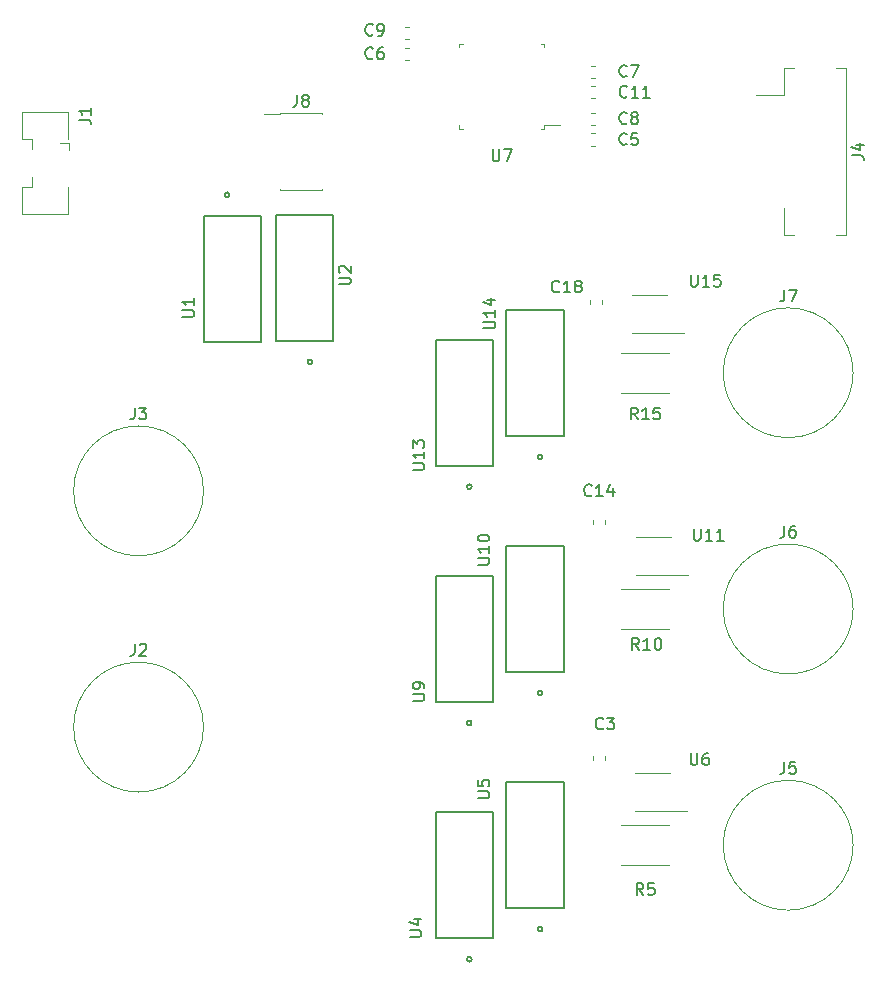
<source format=gbr>
%TF.GenerationSoftware,KiCad,Pcbnew,5.1.5+dfsg1-2build2*%
%TF.CreationDate,2020-12-26T23:47:44-08:00*%
%TF.ProjectId,motorcontroller,6d6f746f-7263-46f6-9e74-726f6c6c6572,rev?*%
%TF.SameCoordinates,Original*%
%TF.FileFunction,Legend,Top*%
%TF.FilePolarity,Positive*%
%FSLAX46Y46*%
G04 Gerber Fmt 4.6, Leading zero omitted, Abs format (unit mm)*
G04 Created by KiCad (PCBNEW 5.1.5+dfsg1-2build2) date 2020-12-26 23:47:44*
%MOMM*%
%LPD*%
G04 APERTURE LIST*
%ADD10C,0.120000*%
%ADD11C,0.152400*%
%ADD12C,0.150000*%
G04 APERTURE END LIST*
D10*
X103250000Y-96610000D02*
X106175000Y-96610000D01*
X103250000Y-96610000D02*
X101750000Y-96610000D01*
X103250000Y-93390000D02*
X104750000Y-93390000D01*
X103250000Y-93390000D02*
X101750000Y-93390000D01*
D11*
X95993900Y-105334000D02*
X95993900Y-94666000D01*
X95993900Y-94666000D02*
X91142500Y-94666000D01*
X91142500Y-94666000D02*
X91142500Y-105334000D01*
X91142500Y-105334000D02*
X95993900Y-105334000D01*
X94203200Y-107112000D02*
G75*
G03X94203200Y-107112000I-203200J0D01*
G01*
X89993900Y-107874000D02*
X89993900Y-97206000D01*
X89993900Y-97206000D02*
X85142500Y-97206000D01*
X85142500Y-97206000D02*
X85142500Y-107874000D01*
X85142500Y-107874000D02*
X89993900Y-107874000D01*
X88203200Y-109652000D02*
G75*
G03X88203200Y-109652000I-203200J0D01*
G01*
D10*
X103612500Y-117110000D02*
X106537500Y-117110000D01*
X103612500Y-117110000D02*
X102112500Y-117110000D01*
X103612500Y-113890000D02*
X105112500Y-113890000D01*
X103612500Y-113890000D02*
X102112500Y-113890000D01*
D11*
X95993900Y-125334000D02*
X95993900Y-114666000D01*
X95993900Y-114666000D02*
X91142500Y-114666000D01*
X91142500Y-114666000D02*
X91142500Y-125334000D01*
X91142500Y-125334000D02*
X95993900Y-125334000D01*
X94203200Y-127112000D02*
G75*
G03X94203200Y-127112000I-203200J0D01*
G01*
X89993900Y-127874000D02*
X89993900Y-117206000D01*
X89993900Y-117206000D02*
X85142500Y-117206000D01*
X85142500Y-117206000D02*
X85142500Y-127874000D01*
X85142500Y-127874000D02*
X89993900Y-127874000D01*
X88203200Y-129652000D02*
G75*
G03X88203200Y-129652000I-203200J0D01*
G01*
D10*
X94360000Y-79060000D02*
X95675000Y-79060000D01*
X94360000Y-79360000D02*
X94360000Y-79060000D01*
X94060000Y-79360000D02*
X94360000Y-79360000D01*
X87140000Y-79360000D02*
X87140000Y-79060000D01*
X87440000Y-79360000D02*
X87140000Y-79360000D01*
X94360000Y-72140000D02*
X94360000Y-72440000D01*
X94060000Y-72140000D02*
X94360000Y-72140000D01*
X87140000Y-72140000D02*
X87140000Y-72440000D01*
X87440000Y-72140000D02*
X87140000Y-72140000D01*
X103500000Y-137110000D02*
X106425000Y-137110000D01*
X103500000Y-137110000D02*
X102000000Y-137110000D01*
X103500000Y-133890000D02*
X105000000Y-133890000D01*
X103500000Y-133890000D02*
X102000000Y-133890000D01*
D11*
X95993900Y-145334000D02*
X95993900Y-134666000D01*
X95993900Y-134666000D02*
X91142500Y-134666000D01*
X91142500Y-134666000D02*
X91142500Y-145334000D01*
X91142500Y-145334000D02*
X95993900Y-145334000D01*
X94203200Y-147112000D02*
G75*
G03X94203200Y-147112000I-203200J0D01*
G01*
X89993900Y-147874000D02*
X89993900Y-137206000D01*
X89993900Y-137206000D02*
X85142500Y-137206000D01*
X85142500Y-137206000D02*
X85142500Y-147874000D01*
X85142500Y-147874000D02*
X89993900Y-147874000D01*
X88203200Y-149652000D02*
G75*
G03X88203200Y-149652000I-203200J0D01*
G01*
X74703200Y-99072000D02*
G75*
G03X74703200Y-99072000I-203200J0D01*
G01*
X71642500Y-97294000D02*
X76493900Y-97294000D01*
X71642500Y-86626000D02*
X71642500Y-97294000D01*
X76493900Y-86626000D02*
X71642500Y-86626000D01*
X76493900Y-97294000D02*
X76493900Y-86626000D01*
X67703200Y-84928000D02*
G75*
G03X67703200Y-84928000I-203200J0D01*
G01*
X70357500Y-86706000D02*
X65506100Y-86706000D01*
X70357500Y-97374000D02*
X70357500Y-86706000D01*
X65506100Y-97374000D02*
X70357500Y-97374000D01*
X65506100Y-86706000D02*
X65506100Y-97374000D01*
D10*
X100847936Y-101710000D02*
X104952064Y-101710000D01*
X100847936Y-98290000D02*
X104952064Y-98290000D01*
X100847936Y-121710000D02*
X104952064Y-121710000D01*
X100847936Y-118290000D02*
X104952064Y-118290000D01*
X100847936Y-141710000D02*
X104952064Y-141710000D01*
X100847936Y-138290000D02*
X104952064Y-138290000D01*
X75515000Y-84420000D02*
X75515000Y-84485000D01*
X71985000Y-84420000D02*
X71985000Y-84485000D01*
X75515000Y-78015000D02*
X75515000Y-78080000D01*
X71985000Y-78015000D02*
X71985000Y-78080000D01*
X70660000Y-78080000D02*
X71985000Y-78080000D01*
X71985000Y-84485000D02*
X75515000Y-84485000D01*
X71985000Y-78015000D02*
X75515000Y-78015000D01*
X120500000Y-100000000D02*
G75*
G03X120500000Y-100000000I-5500000J0D01*
G01*
X120500000Y-120000000D02*
G75*
G03X120500000Y-120000000I-5500000J0D01*
G01*
X120500000Y-140000000D02*
G75*
G03X120500000Y-140000000I-5500000J0D01*
G01*
X119860000Y-88335000D02*
X119010000Y-88335000D01*
X119860000Y-74165000D02*
X119860000Y-88335000D01*
X119010000Y-74165000D02*
X119860000Y-74165000D01*
X114640000Y-88335000D02*
X114640000Y-86010000D01*
X115490000Y-88335000D02*
X114640000Y-88335000D01*
X114640000Y-76490000D02*
X112250000Y-76490000D01*
X114640000Y-74165000D02*
X114640000Y-76490000D01*
X115490000Y-74165000D02*
X114640000Y-74165000D01*
X65500000Y-110000000D02*
G75*
G03X65500000Y-110000000I-5500000J0D01*
G01*
X65500000Y-130000000D02*
G75*
G03X65500000Y-130000000I-5500000J0D01*
G01*
X50945000Y-84290000D02*
X50945000Y-83460000D01*
X50945000Y-80210000D02*
X50945000Y-81040000D01*
X50945000Y-80210000D02*
X50115000Y-80210000D01*
X50945000Y-84290000D02*
X50115000Y-84290000D01*
X54035000Y-84250000D02*
X54035000Y-86560000D01*
X50115000Y-86560000D02*
X50115000Y-84290000D01*
X54035000Y-77940000D02*
X50115000Y-77940000D01*
X50115000Y-77940000D02*
X50115000Y-80210000D01*
X54035000Y-86560000D02*
X50115000Y-86560000D01*
X54035000Y-80250000D02*
X54035000Y-77940000D01*
X54075000Y-80550000D02*
X54075000Y-81150000D01*
X53325000Y-80550000D02*
X54075000Y-80550000D01*
X99260000Y-94171267D02*
X99260000Y-93828733D01*
X98240000Y-94171267D02*
X98240000Y-93828733D01*
X99510000Y-112796267D02*
X99510000Y-112453733D01*
X98490000Y-112796267D02*
X98490000Y-112453733D01*
X98328733Y-76760000D02*
X98671267Y-76760000D01*
X98328733Y-75740000D02*
X98671267Y-75740000D01*
X82921267Y-70740000D02*
X82578733Y-70740000D01*
X82921267Y-71760000D02*
X82578733Y-71760000D01*
X98328733Y-79010000D02*
X98671267Y-79010000D01*
X98328733Y-77990000D02*
X98671267Y-77990000D01*
X98328733Y-75010000D02*
X98671267Y-75010000D01*
X98328733Y-73990000D02*
X98671267Y-73990000D01*
X82921267Y-72490000D02*
X82578733Y-72490000D01*
X82921267Y-73510000D02*
X82578733Y-73510000D01*
X98328733Y-80760000D02*
X98671267Y-80760000D01*
X98328733Y-79740000D02*
X98671267Y-79740000D01*
X99510000Y-132796267D02*
X99510000Y-132453733D01*
X98490000Y-132796267D02*
X98490000Y-132453733D01*
D12*
X106761904Y-91702380D02*
X106761904Y-92511904D01*
X106809523Y-92607142D01*
X106857142Y-92654761D01*
X106952380Y-92702380D01*
X107142857Y-92702380D01*
X107238095Y-92654761D01*
X107285714Y-92607142D01*
X107333333Y-92511904D01*
X107333333Y-91702380D01*
X108333333Y-92702380D02*
X107761904Y-92702380D01*
X108047619Y-92702380D02*
X108047619Y-91702380D01*
X107952380Y-91845238D01*
X107857142Y-91940476D01*
X107761904Y-91988095D01*
X109238095Y-91702380D02*
X108761904Y-91702380D01*
X108714285Y-92178571D01*
X108761904Y-92130952D01*
X108857142Y-92083333D01*
X109095238Y-92083333D01*
X109190476Y-92130952D01*
X109238095Y-92178571D01*
X109285714Y-92273809D01*
X109285714Y-92511904D01*
X109238095Y-92607142D01*
X109190476Y-92654761D01*
X109095238Y-92702380D01*
X108857142Y-92702380D01*
X108761904Y-92654761D01*
X108714285Y-92607142D01*
X89202380Y-96238095D02*
X90011904Y-96238095D01*
X90107142Y-96190476D01*
X90154761Y-96142857D01*
X90202380Y-96047619D01*
X90202380Y-95857142D01*
X90154761Y-95761904D01*
X90107142Y-95714285D01*
X90011904Y-95666666D01*
X89202380Y-95666666D01*
X90202380Y-94666666D02*
X90202380Y-95238095D01*
X90202380Y-94952380D02*
X89202380Y-94952380D01*
X89345238Y-95047619D01*
X89440476Y-95142857D01*
X89488095Y-95238095D01*
X89535714Y-93809523D02*
X90202380Y-93809523D01*
X89154761Y-94047619D02*
X89869047Y-94285714D01*
X89869047Y-93666666D01*
X83202380Y-108238095D02*
X84011904Y-108238095D01*
X84107142Y-108190476D01*
X84154761Y-108142857D01*
X84202380Y-108047619D01*
X84202380Y-107857142D01*
X84154761Y-107761904D01*
X84107142Y-107714285D01*
X84011904Y-107666666D01*
X83202380Y-107666666D01*
X84202380Y-106666666D02*
X84202380Y-107238095D01*
X84202380Y-106952380D02*
X83202380Y-106952380D01*
X83345238Y-107047619D01*
X83440476Y-107142857D01*
X83488095Y-107238095D01*
X83202380Y-106333333D02*
X83202380Y-105714285D01*
X83583333Y-106047619D01*
X83583333Y-105904761D01*
X83630952Y-105809523D01*
X83678571Y-105761904D01*
X83773809Y-105714285D01*
X84011904Y-105714285D01*
X84107142Y-105761904D01*
X84154761Y-105809523D01*
X84202380Y-105904761D01*
X84202380Y-106190476D01*
X84154761Y-106285714D01*
X84107142Y-106333333D01*
X107011904Y-113202380D02*
X107011904Y-114011904D01*
X107059523Y-114107142D01*
X107107142Y-114154761D01*
X107202380Y-114202380D01*
X107392857Y-114202380D01*
X107488095Y-114154761D01*
X107535714Y-114107142D01*
X107583333Y-114011904D01*
X107583333Y-113202380D01*
X108583333Y-114202380D02*
X108011904Y-114202380D01*
X108297619Y-114202380D02*
X108297619Y-113202380D01*
X108202380Y-113345238D01*
X108107142Y-113440476D01*
X108011904Y-113488095D01*
X109535714Y-114202380D02*
X108964285Y-114202380D01*
X109250000Y-114202380D02*
X109250000Y-113202380D01*
X109154761Y-113345238D01*
X109059523Y-113440476D01*
X108964285Y-113488095D01*
X88702380Y-116238095D02*
X89511904Y-116238095D01*
X89607142Y-116190476D01*
X89654761Y-116142857D01*
X89702380Y-116047619D01*
X89702380Y-115857142D01*
X89654761Y-115761904D01*
X89607142Y-115714285D01*
X89511904Y-115666666D01*
X88702380Y-115666666D01*
X89702380Y-114666666D02*
X89702380Y-115238095D01*
X89702380Y-114952380D02*
X88702380Y-114952380D01*
X88845238Y-115047619D01*
X88940476Y-115142857D01*
X88988095Y-115238095D01*
X88702380Y-114047619D02*
X88702380Y-113952380D01*
X88750000Y-113857142D01*
X88797619Y-113809523D01*
X88892857Y-113761904D01*
X89083333Y-113714285D01*
X89321428Y-113714285D01*
X89511904Y-113761904D01*
X89607142Y-113809523D01*
X89654761Y-113857142D01*
X89702380Y-113952380D01*
X89702380Y-114047619D01*
X89654761Y-114142857D01*
X89607142Y-114190476D01*
X89511904Y-114238095D01*
X89321428Y-114285714D01*
X89083333Y-114285714D01*
X88892857Y-114238095D01*
X88797619Y-114190476D01*
X88750000Y-114142857D01*
X88702380Y-114047619D01*
X83202380Y-127761904D02*
X84011904Y-127761904D01*
X84107142Y-127714285D01*
X84154761Y-127666666D01*
X84202380Y-127571428D01*
X84202380Y-127380952D01*
X84154761Y-127285714D01*
X84107142Y-127238095D01*
X84011904Y-127190476D01*
X83202380Y-127190476D01*
X84202380Y-126666666D02*
X84202380Y-126476190D01*
X84154761Y-126380952D01*
X84107142Y-126333333D01*
X83964285Y-126238095D01*
X83773809Y-126190476D01*
X83392857Y-126190476D01*
X83297619Y-126238095D01*
X83250000Y-126285714D01*
X83202380Y-126380952D01*
X83202380Y-126571428D01*
X83250000Y-126666666D01*
X83297619Y-126714285D01*
X83392857Y-126761904D01*
X83630952Y-126761904D01*
X83726190Y-126714285D01*
X83773809Y-126666666D01*
X83821428Y-126571428D01*
X83821428Y-126380952D01*
X83773809Y-126285714D01*
X83726190Y-126238095D01*
X83630952Y-126190476D01*
X89988095Y-81082380D02*
X89988095Y-81891904D01*
X90035714Y-81987142D01*
X90083333Y-82034761D01*
X90178571Y-82082380D01*
X90369047Y-82082380D01*
X90464285Y-82034761D01*
X90511904Y-81987142D01*
X90559523Y-81891904D01*
X90559523Y-81082380D01*
X90940476Y-81082380D02*
X91607142Y-81082380D01*
X91178571Y-82082380D01*
X106738095Y-132202380D02*
X106738095Y-133011904D01*
X106785714Y-133107142D01*
X106833333Y-133154761D01*
X106928571Y-133202380D01*
X107119047Y-133202380D01*
X107214285Y-133154761D01*
X107261904Y-133107142D01*
X107309523Y-133011904D01*
X107309523Y-132202380D01*
X108214285Y-132202380D02*
X108023809Y-132202380D01*
X107928571Y-132250000D01*
X107880952Y-132297619D01*
X107785714Y-132440476D01*
X107738095Y-132630952D01*
X107738095Y-133011904D01*
X107785714Y-133107142D01*
X107833333Y-133154761D01*
X107928571Y-133202380D01*
X108119047Y-133202380D01*
X108214285Y-133154761D01*
X108261904Y-133107142D01*
X108309523Y-133011904D01*
X108309523Y-132773809D01*
X108261904Y-132678571D01*
X108214285Y-132630952D01*
X108119047Y-132583333D01*
X107928571Y-132583333D01*
X107833333Y-132630952D01*
X107785714Y-132678571D01*
X107738095Y-132773809D01*
X88702380Y-136011904D02*
X89511904Y-136011904D01*
X89607142Y-135964285D01*
X89654761Y-135916666D01*
X89702380Y-135821428D01*
X89702380Y-135630952D01*
X89654761Y-135535714D01*
X89607142Y-135488095D01*
X89511904Y-135440476D01*
X88702380Y-135440476D01*
X88702380Y-134488095D02*
X88702380Y-134964285D01*
X89178571Y-135011904D01*
X89130952Y-134964285D01*
X89083333Y-134869047D01*
X89083333Y-134630952D01*
X89130952Y-134535714D01*
X89178571Y-134488095D01*
X89273809Y-134440476D01*
X89511904Y-134440476D01*
X89607142Y-134488095D01*
X89654761Y-134535714D01*
X89702380Y-134630952D01*
X89702380Y-134869047D01*
X89654761Y-134964285D01*
X89607142Y-135011904D01*
X82952380Y-147761904D02*
X83761904Y-147761904D01*
X83857142Y-147714285D01*
X83904761Y-147666666D01*
X83952380Y-147571428D01*
X83952380Y-147380952D01*
X83904761Y-147285714D01*
X83857142Y-147238095D01*
X83761904Y-147190476D01*
X82952380Y-147190476D01*
X83285714Y-146285714D02*
X83952380Y-146285714D01*
X82904761Y-146523809D02*
X83619047Y-146761904D01*
X83619047Y-146142857D01*
X76952380Y-92511904D02*
X77761904Y-92511904D01*
X77857142Y-92464285D01*
X77904761Y-92416666D01*
X77952380Y-92321428D01*
X77952380Y-92130952D01*
X77904761Y-92035714D01*
X77857142Y-91988095D01*
X77761904Y-91940476D01*
X76952380Y-91940476D01*
X77047619Y-91511904D02*
X77000000Y-91464285D01*
X76952380Y-91369047D01*
X76952380Y-91130952D01*
X77000000Y-91035714D01*
X77047619Y-90988095D01*
X77142857Y-90940476D01*
X77238095Y-90940476D01*
X77380952Y-90988095D01*
X77952380Y-91559523D01*
X77952380Y-90940476D01*
X63702380Y-95261904D02*
X64511904Y-95261904D01*
X64607142Y-95214285D01*
X64654761Y-95166666D01*
X64702380Y-95071428D01*
X64702380Y-94880952D01*
X64654761Y-94785714D01*
X64607142Y-94738095D01*
X64511904Y-94690476D01*
X63702380Y-94690476D01*
X64702380Y-93690476D02*
X64702380Y-94261904D01*
X64702380Y-93976190D02*
X63702380Y-93976190D01*
X63845238Y-94071428D01*
X63940476Y-94166666D01*
X63988095Y-94261904D01*
X102257142Y-103952380D02*
X101923809Y-103476190D01*
X101685714Y-103952380D02*
X101685714Y-102952380D01*
X102066666Y-102952380D01*
X102161904Y-103000000D01*
X102209523Y-103047619D01*
X102257142Y-103142857D01*
X102257142Y-103285714D01*
X102209523Y-103380952D01*
X102161904Y-103428571D01*
X102066666Y-103476190D01*
X101685714Y-103476190D01*
X103209523Y-103952380D02*
X102638095Y-103952380D01*
X102923809Y-103952380D02*
X102923809Y-102952380D01*
X102828571Y-103095238D01*
X102733333Y-103190476D01*
X102638095Y-103238095D01*
X104114285Y-102952380D02*
X103638095Y-102952380D01*
X103590476Y-103428571D01*
X103638095Y-103380952D01*
X103733333Y-103333333D01*
X103971428Y-103333333D01*
X104066666Y-103380952D01*
X104114285Y-103428571D01*
X104161904Y-103523809D01*
X104161904Y-103761904D01*
X104114285Y-103857142D01*
X104066666Y-103904761D01*
X103971428Y-103952380D01*
X103733333Y-103952380D01*
X103638095Y-103904761D01*
X103590476Y-103857142D01*
X102357142Y-123452380D02*
X102023809Y-122976190D01*
X101785714Y-123452380D02*
X101785714Y-122452380D01*
X102166666Y-122452380D01*
X102261904Y-122500000D01*
X102309523Y-122547619D01*
X102357142Y-122642857D01*
X102357142Y-122785714D01*
X102309523Y-122880952D01*
X102261904Y-122928571D01*
X102166666Y-122976190D01*
X101785714Y-122976190D01*
X103309523Y-123452380D02*
X102738095Y-123452380D01*
X103023809Y-123452380D02*
X103023809Y-122452380D01*
X102928571Y-122595238D01*
X102833333Y-122690476D01*
X102738095Y-122738095D01*
X103928571Y-122452380D02*
X104023809Y-122452380D01*
X104119047Y-122500000D01*
X104166666Y-122547619D01*
X104214285Y-122642857D01*
X104261904Y-122833333D01*
X104261904Y-123071428D01*
X104214285Y-123261904D01*
X104166666Y-123357142D01*
X104119047Y-123404761D01*
X104023809Y-123452380D01*
X103928571Y-123452380D01*
X103833333Y-123404761D01*
X103785714Y-123357142D01*
X103738095Y-123261904D01*
X103690476Y-123071428D01*
X103690476Y-122833333D01*
X103738095Y-122642857D01*
X103785714Y-122547619D01*
X103833333Y-122500000D01*
X103928571Y-122452380D01*
X102733333Y-144202380D02*
X102400000Y-143726190D01*
X102161904Y-144202380D02*
X102161904Y-143202380D01*
X102542857Y-143202380D01*
X102638095Y-143250000D01*
X102685714Y-143297619D01*
X102733333Y-143392857D01*
X102733333Y-143535714D01*
X102685714Y-143630952D01*
X102638095Y-143678571D01*
X102542857Y-143726190D01*
X102161904Y-143726190D01*
X103638095Y-143202380D02*
X103161904Y-143202380D01*
X103114285Y-143678571D01*
X103161904Y-143630952D01*
X103257142Y-143583333D01*
X103495238Y-143583333D01*
X103590476Y-143630952D01*
X103638095Y-143678571D01*
X103685714Y-143773809D01*
X103685714Y-144011904D01*
X103638095Y-144107142D01*
X103590476Y-144154761D01*
X103495238Y-144202380D01*
X103257142Y-144202380D01*
X103161904Y-144154761D01*
X103114285Y-144107142D01*
X73416666Y-76467380D02*
X73416666Y-77181666D01*
X73369047Y-77324523D01*
X73273809Y-77419761D01*
X73130952Y-77467380D01*
X73035714Y-77467380D01*
X74035714Y-76895952D02*
X73940476Y-76848333D01*
X73892857Y-76800714D01*
X73845238Y-76705476D01*
X73845238Y-76657857D01*
X73892857Y-76562619D01*
X73940476Y-76515000D01*
X74035714Y-76467380D01*
X74226190Y-76467380D01*
X74321428Y-76515000D01*
X74369047Y-76562619D01*
X74416666Y-76657857D01*
X74416666Y-76705476D01*
X74369047Y-76800714D01*
X74321428Y-76848333D01*
X74226190Y-76895952D01*
X74035714Y-76895952D01*
X73940476Y-76943571D01*
X73892857Y-76991190D01*
X73845238Y-77086428D01*
X73845238Y-77276904D01*
X73892857Y-77372142D01*
X73940476Y-77419761D01*
X74035714Y-77467380D01*
X74226190Y-77467380D01*
X74321428Y-77419761D01*
X74369047Y-77372142D01*
X74416666Y-77276904D01*
X74416666Y-77086428D01*
X74369047Y-76991190D01*
X74321428Y-76943571D01*
X74226190Y-76895952D01*
X114666666Y-92952380D02*
X114666666Y-93666666D01*
X114619047Y-93809523D01*
X114523809Y-93904761D01*
X114380952Y-93952380D01*
X114285714Y-93952380D01*
X115047619Y-92952380D02*
X115714285Y-92952380D01*
X115285714Y-93952380D01*
X114666666Y-112952380D02*
X114666666Y-113666666D01*
X114619047Y-113809523D01*
X114523809Y-113904761D01*
X114380952Y-113952380D01*
X114285714Y-113952380D01*
X115571428Y-112952380D02*
X115380952Y-112952380D01*
X115285714Y-113000000D01*
X115238095Y-113047619D01*
X115142857Y-113190476D01*
X115095238Y-113380952D01*
X115095238Y-113761904D01*
X115142857Y-113857142D01*
X115190476Y-113904761D01*
X115285714Y-113952380D01*
X115476190Y-113952380D01*
X115571428Y-113904761D01*
X115619047Y-113857142D01*
X115666666Y-113761904D01*
X115666666Y-113523809D01*
X115619047Y-113428571D01*
X115571428Y-113380952D01*
X115476190Y-113333333D01*
X115285714Y-113333333D01*
X115190476Y-113380952D01*
X115142857Y-113428571D01*
X115095238Y-113523809D01*
X114666666Y-132952380D02*
X114666666Y-133666666D01*
X114619047Y-133809523D01*
X114523809Y-133904761D01*
X114380952Y-133952380D01*
X114285714Y-133952380D01*
X115619047Y-132952380D02*
X115142857Y-132952380D01*
X115095238Y-133428571D01*
X115142857Y-133380952D01*
X115238095Y-133333333D01*
X115476190Y-133333333D01*
X115571428Y-133380952D01*
X115619047Y-133428571D01*
X115666666Y-133523809D01*
X115666666Y-133761904D01*
X115619047Y-133857142D01*
X115571428Y-133904761D01*
X115476190Y-133952380D01*
X115238095Y-133952380D01*
X115142857Y-133904761D01*
X115095238Y-133857142D01*
X120402380Y-81583333D02*
X121116666Y-81583333D01*
X121259523Y-81630952D01*
X121354761Y-81726190D01*
X121402380Y-81869047D01*
X121402380Y-81964285D01*
X120735714Y-80678571D02*
X121402380Y-80678571D01*
X120354761Y-80916666D02*
X121069047Y-81154761D01*
X121069047Y-80535714D01*
X59666666Y-102952380D02*
X59666666Y-103666666D01*
X59619047Y-103809523D01*
X59523809Y-103904761D01*
X59380952Y-103952380D01*
X59285714Y-103952380D01*
X60047619Y-102952380D02*
X60666666Y-102952380D01*
X60333333Y-103333333D01*
X60476190Y-103333333D01*
X60571428Y-103380952D01*
X60619047Y-103428571D01*
X60666666Y-103523809D01*
X60666666Y-103761904D01*
X60619047Y-103857142D01*
X60571428Y-103904761D01*
X60476190Y-103952380D01*
X60190476Y-103952380D01*
X60095238Y-103904761D01*
X60047619Y-103857142D01*
X59666666Y-122952380D02*
X59666666Y-123666666D01*
X59619047Y-123809523D01*
X59523809Y-123904761D01*
X59380952Y-123952380D01*
X59285714Y-123952380D01*
X60095238Y-123047619D02*
X60142857Y-123000000D01*
X60238095Y-122952380D01*
X60476190Y-122952380D01*
X60571428Y-123000000D01*
X60619047Y-123047619D01*
X60666666Y-123142857D01*
X60666666Y-123238095D01*
X60619047Y-123380952D01*
X60047619Y-123952380D01*
X60666666Y-123952380D01*
X54952380Y-78583333D02*
X55666666Y-78583333D01*
X55809523Y-78630952D01*
X55904761Y-78726190D01*
X55952380Y-78869047D01*
X55952380Y-78964285D01*
X55952380Y-77583333D02*
X55952380Y-78154761D01*
X55952380Y-77869047D02*
X54952380Y-77869047D01*
X55095238Y-77964285D01*
X55190476Y-78059523D01*
X55238095Y-78154761D01*
X95607142Y-93107142D02*
X95559523Y-93154761D01*
X95416666Y-93202380D01*
X95321428Y-93202380D01*
X95178571Y-93154761D01*
X95083333Y-93059523D01*
X95035714Y-92964285D01*
X94988095Y-92773809D01*
X94988095Y-92630952D01*
X95035714Y-92440476D01*
X95083333Y-92345238D01*
X95178571Y-92250000D01*
X95321428Y-92202380D01*
X95416666Y-92202380D01*
X95559523Y-92250000D01*
X95607142Y-92297619D01*
X96559523Y-93202380D02*
X95988095Y-93202380D01*
X96273809Y-93202380D02*
X96273809Y-92202380D01*
X96178571Y-92345238D01*
X96083333Y-92440476D01*
X95988095Y-92488095D01*
X97130952Y-92630952D02*
X97035714Y-92583333D01*
X96988095Y-92535714D01*
X96940476Y-92440476D01*
X96940476Y-92392857D01*
X96988095Y-92297619D01*
X97035714Y-92250000D01*
X97130952Y-92202380D01*
X97321428Y-92202380D01*
X97416666Y-92250000D01*
X97464285Y-92297619D01*
X97511904Y-92392857D01*
X97511904Y-92440476D01*
X97464285Y-92535714D01*
X97416666Y-92583333D01*
X97321428Y-92630952D01*
X97130952Y-92630952D01*
X97035714Y-92678571D01*
X96988095Y-92726190D01*
X96940476Y-92821428D01*
X96940476Y-93011904D01*
X96988095Y-93107142D01*
X97035714Y-93154761D01*
X97130952Y-93202380D01*
X97321428Y-93202380D01*
X97416666Y-93154761D01*
X97464285Y-93107142D01*
X97511904Y-93011904D01*
X97511904Y-92821428D01*
X97464285Y-92726190D01*
X97416666Y-92678571D01*
X97321428Y-92630952D01*
X98357142Y-110357142D02*
X98309523Y-110404761D01*
X98166666Y-110452380D01*
X98071428Y-110452380D01*
X97928571Y-110404761D01*
X97833333Y-110309523D01*
X97785714Y-110214285D01*
X97738095Y-110023809D01*
X97738095Y-109880952D01*
X97785714Y-109690476D01*
X97833333Y-109595238D01*
X97928571Y-109500000D01*
X98071428Y-109452380D01*
X98166666Y-109452380D01*
X98309523Y-109500000D01*
X98357142Y-109547619D01*
X99309523Y-110452380D02*
X98738095Y-110452380D01*
X99023809Y-110452380D02*
X99023809Y-109452380D01*
X98928571Y-109595238D01*
X98833333Y-109690476D01*
X98738095Y-109738095D01*
X100166666Y-109785714D02*
X100166666Y-110452380D01*
X99928571Y-109404761D02*
X99690476Y-110119047D01*
X100309523Y-110119047D01*
X101357142Y-76607142D02*
X101309523Y-76654761D01*
X101166666Y-76702380D01*
X101071428Y-76702380D01*
X100928571Y-76654761D01*
X100833333Y-76559523D01*
X100785714Y-76464285D01*
X100738095Y-76273809D01*
X100738095Y-76130952D01*
X100785714Y-75940476D01*
X100833333Y-75845238D01*
X100928571Y-75750000D01*
X101071428Y-75702380D01*
X101166666Y-75702380D01*
X101309523Y-75750000D01*
X101357142Y-75797619D01*
X102309523Y-76702380D02*
X101738095Y-76702380D01*
X102023809Y-76702380D02*
X102023809Y-75702380D01*
X101928571Y-75845238D01*
X101833333Y-75940476D01*
X101738095Y-75988095D01*
X103261904Y-76702380D02*
X102690476Y-76702380D01*
X102976190Y-76702380D02*
X102976190Y-75702380D01*
X102880952Y-75845238D01*
X102785714Y-75940476D01*
X102690476Y-75988095D01*
X79833333Y-71357142D02*
X79785714Y-71404761D01*
X79642857Y-71452380D01*
X79547619Y-71452380D01*
X79404761Y-71404761D01*
X79309523Y-71309523D01*
X79261904Y-71214285D01*
X79214285Y-71023809D01*
X79214285Y-70880952D01*
X79261904Y-70690476D01*
X79309523Y-70595238D01*
X79404761Y-70500000D01*
X79547619Y-70452380D01*
X79642857Y-70452380D01*
X79785714Y-70500000D01*
X79833333Y-70547619D01*
X80309523Y-71452380D02*
X80500000Y-71452380D01*
X80595238Y-71404761D01*
X80642857Y-71357142D01*
X80738095Y-71214285D01*
X80785714Y-71023809D01*
X80785714Y-70642857D01*
X80738095Y-70547619D01*
X80690476Y-70500000D01*
X80595238Y-70452380D01*
X80404761Y-70452380D01*
X80309523Y-70500000D01*
X80261904Y-70547619D01*
X80214285Y-70642857D01*
X80214285Y-70880952D01*
X80261904Y-70976190D01*
X80309523Y-71023809D01*
X80404761Y-71071428D01*
X80595238Y-71071428D01*
X80690476Y-71023809D01*
X80738095Y-70976190D01*
X80785714Y-70880952D01*
X101333333Y-78857142D02*
X101285714Y-78904761D01*
X101142857Y-78952380D01*
X101047619Y-78952380D01*
X100904761Y-78904761D01*
X100809523Y-78809523D01*
X100761904Y-78714285D01*
X100714285Y-78523809D01*
X100714285Y-78380952D01*
X100761904Y-78190476D01*
X100809523Y-78095238D01*
X100904761Y-78000000D01*
X101047619Y-77952380D01*
X101142857Y-77952380D01*
X101285714Y-78000000D01*
X101333333Y-78047619D01*
X101904761Y-78380952D02*
X101809523Y-78333333D01*
X101761904Y-78285714D01*
X101714285Y-78190476D01*
X101714285Y-78142857D01*
X101761904Y-78047619D01*
X101809523Y-78000000D01*
X101904761Y-77952380D01*
X102095238Y-77952380D01*
X102190476Y-78000000D01*
X102238095Y-78047619D01*
X102285714Y-78142857D01*
X102285714Y-78190476D01*
X102238095Y-78285714D01*
X102190476Y-78333333D01*
X102095238Y-78380952D01*
X101904761Y-78380952D01*
X101809523Y-78428571D01*
X101761904Y-78476190D01*
X101714285Y-78571428D01*
X101714285Y-78761904D01*
X101761904Y-78857142D01*
X101809523Y-78904761D01*
X101904761Y-78952380D01*
X102095238Y-78952380D01*
X102190476Y-78904761D01*
X102238095Y-78857142D01*
X102285714Y-78761904D01*
X102285714Y-78571428D01*
X102238095Y-78476190D01*
X102190476Y-78428571D01*
X102095238Y-78380952D01*
X101333333Y-74857142D02*
X101285714Y-74904761D01*
X101142857Y-74952380D01*
X101047619Y-74952380D01*
X100904761Y-74904761D01*
X100809523Y-74809523D01*
X100761904Y-74714285D01*
X100714285Y-74523809D01*
X100714285Y-74380952D01*
X100761904Y-74190476D01*
X100809523Y-74095238D01*
X100904761Y-74000000D01*
X101047619Y-73952380D01*
X101142857Y-73952380D01*
X101285714Y-74000000D01*
X101333333Y-74047619D01*
X101666666Y-73952380D02*
X102333333Y-73952380D01*
X101904761Y-74952380D01*
X79833333Y-73357142D02*
X79785714Y-73404761D01*
X79642857Y-73452380D01*
X79547619Y-73452380D01*
X79404761Y-73404761D01*
X79309523Y-73309523D01*
X79261904Y-73214285D01*
X79214285Y-73023809D01*
X79214285Y-72880952D01*
X79261904Y-72690476D01*
X79309523Y-72595238D01*
X79404761Y-72500000D01*
X79547619Y-72452380D01*
X79642857Y-72452380D01*
X79785714Y-72500000D01*
X79833333Y-72547619D01*
X80690476Y-72452380D02*
X80500000Y-72452380D01*
X80404761Y-72500000D01*
X80357142Y-72547619D01*
X80261904Y-72690476D01*
X80214285Y-72880952D01*
X80214285Y-73261904D01*
X80261904Y-73357142D01*
X80309523Y-73404761D01*
X80404761Y-73452380D01*
X80595238Y-73452380D01*
X80690476Y-73404761D01*
X80738095Y-73357142D01*
X80785714Y-73261904D01*
X80785714Y-73023809D01*
X80738095Y-72928571D01*
X80690476Y-72880952D01*
X80595238Y-72833333D01*
X80404761Y-72833333D01*
X80309523Y-72880952D01*
X80261904Y-72928571D01*
X80214285Y-73023809D01*
X101333333Y-80607142D02*
X101285714Y-80654761D01*
X101142857Y-80702380D01*
X101047619Y-80702380D01*
X100904761Y-80654761D01*
X100809523Y-80559523D01*
X100761904Y-80464285D01*
X100714285Y-80273809D01*
X100714285Y-80130952D01*
X100761904Y-79940476D01*
X100809523Y-79845238D01*
X100904761Y-79750000D01*
X101047619Y-79702380D01*
X101142857Y-79702380D01*
X101285714Y-79750000D01*
X101333333Y-79797619D01*
X102238095Y-79702380D02*
X101761904Y-79702380D01*
X101714285Y-80178571D01*
X101761904Y-80130952D01*
X101857142Y-80083333D01*
X102095238Y-80083333D01*
X102190476Y-80130952D01*
X102238095Y-80178571D01*
X102285714Y-80273809D01*
X102285714Y-80511904D01*
X102238095Y-80607142D01*
X102190476Y-80654761D01*
X102095238Y-80702380D01*
X101857142Y-80702380D01*
X101761904Y-80654761D01*
X101714285Y-80607142D01*
X99333333Y-130107142D02*
X99285714Y-130154761D01*
X99142857Y-130202380D01*
X99047619Y-130202380D01*
X98904761Y-130154761D01*
X98809523Y-130059523D01*
X98761904Y-129964285D01*
X98714285Y-129773809D01*
X98714285Y-129630952D01*
X98761904Y-129440476D01*
X98809523Y-129345238D01*
X98904761Y-129250000D01*
X99047619Y-129202380D01*
X99142857Y-129202380D01*
X99285714Y-129250000D01*
X99333333Y-129297619D01*
X99666666Y-129202380D02*
X100285714Y-129202380D01*
X99952380Y-129583333D01*
X100095238Y-129583333D01*
X100190476Y-129630952D01*
X100238095Y-129678571D01*
X100285714Y-129773809D01*
X100285714Y-130011904D01*
X100238095Y-130107142D01*
X100190476Y-130154761D01*
X100095238Y-130202380D01*
X99809523Y-130202380D01*
X99714285Y-130154761D01*
X99666666Y-130107142D01*
M02*

</source>
